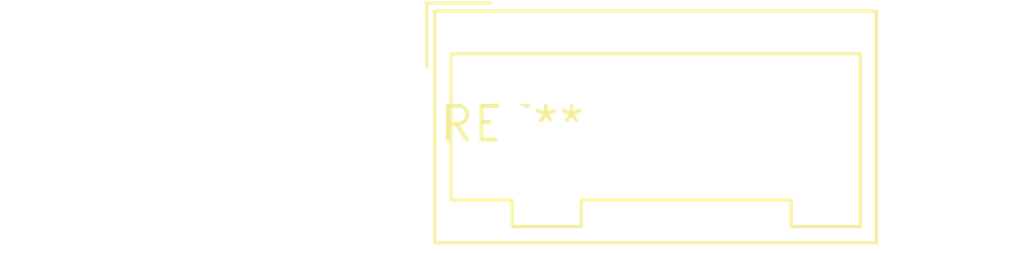
<source format=kicad_pcb>
(kicad_pcb (version 20240108) (generator pcbnew)
  (layers (0 "F.Cu" signal) (31 "B.Cu" signal) (34 "B.Paste" user) (35 "F.Paste" user) (36 "B.SilkS" user "B.Silkscreen") (37 "F.SilkS" user "F.Silkscreen") (38 "B.Mask" user) (39 "F.Mask" user) (44 "Edge.Cuts" user))
  (net 0 "")
  (footprint "Wago_734-134_1x04_P3.50mm_Vertical" (layer "F.Cu") (at 0 0)
    (property "Reference" "REF**")
    (property "Value" "Wago_734-134_1x04_P3.50mm_Vertical")
    (fp_line (start -3.21 -4.56) (end -0.8 -4.56) (layer "F.SilkS") (stroke (width 0.12)))
    (fp_line (start -3.21 -2.15) (end -3.21 -4.56) (layer "F.SilkS") (stroke (width 0.12)))
    (fp_line (start -2.91 -4.26) (end -2.91 4.46) (layer "F.SilkS") (stroke (width 0.12)))
    (fp_line (start -2.91 4.46) (end 13.71 4.46) (layer "F.SilkS") (stroke (width 0.12)))
    (fp_line (start -2.3 -2.65) (end -2.3 2.85) (layer "F.SilkS") (stroke (width 0.12)))
    (fp_line (start -2.3 2.85) (end 0 2.85) (layer "F.SilkS") (stroke (width 0.12)))
    (fp_line (start 0 2.85) (end 0 3.85) (layer "F.SilkS") (stroke (width 0.12)))
    (fp_line (start 0 3.85) (end 2.6 3.85) (layer "F.SilkS") (stroke (width 0.12)))
    (fp_line (start 2.6 2.85) (end 10.5 2.85) (layer "F.SilkS") (stroke (width 0.12)))
    (fp_line (start 2.6 3.85) (end 2.6 2.85) (layer "F.SilkS") (stroke (width 0.12)))
    (fp_line (start 10.5 2.85) (end 10.5 3.85) (layer "F.SilkS") (stroke (width 0.12)))
    (fp_line (start 10.5 3.85) (end 13.1 3.85) (layer "F.SilkS") (stroke (width 0.12)))
    (fp_line (start 13.1 -2.65) (end -2.3 -2.65) (layer "F.SilkS") (stroke (width 0.12)))
    (fp_line (start 13.1 3.85) (end 13.1 -2.65) (layer "F.SilkS") (stroke (width 0.12)))
    (fp_line (start 13.71 -4.26) (end -2.91 -4.26) (layer "F.SilkS") (stroke (width 0.12)))
    (fp_line (start 13.71 4.46) (end 13.71 -4.26) (layer "F.SilkS") (stroke (width 0.12)))
    (pad "1" thru_hole roundrect (at 0 0) (size 2 2.6) (drill 1.6) (layers *.Cu *.Mask) (remove_unused_layers) (roundrect_rratio 0.125))
    (pad "2" thru_hole oval (at 3.5 0) (size 2 2.6) (drill 1.6) (layers *.Cu *.Mask) (remove_unused_layers))
    (pad "3" thru_hole oval (at 7 0) (size 2 2.6) (drill 1.6) (layers *.Cu *.Mask) (remove_unused_layers))
    (pad "4" thru_hole oval (at 10.5 0) (size 2 2.6) (drill 1.6) (layers *.Cu *.Mask) (remove_unused_layers))
  )
)
</source>
